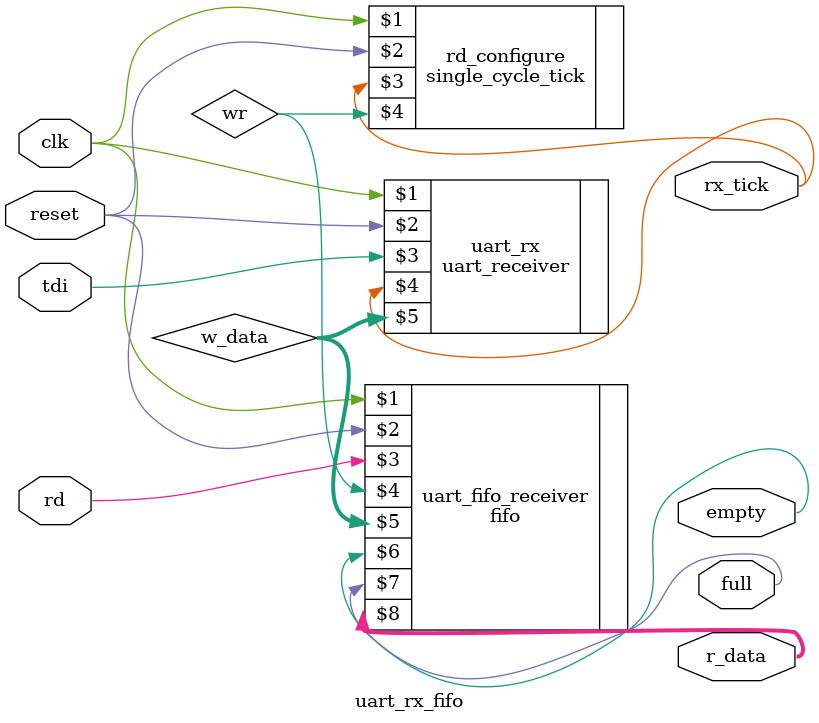
<source format=v>
module uart_rx_fifo #(
    parameter P = 0,
              W = 4,
              s = 1,
              TIMER = 434
) (
    input clk, reset, tdi, rd,
    output [7+P:0] r_data,
    output wire empty, full, rx_tick
);
    // Signal declaration
    wire wr;
    wire [7+P:0] w_data;
    // submodule instance
    uart_receiver #(.P(P), .s(s), .TIMER(TIMER)) uart_rx (
        clk, reset, tdi, rx_tick, w_data
    );
    fifo #(.B(8+P), .W(W)) uart_fifo_receiver (
        clk, reset, rd, wr, w_data, empty, full, r_data
    );
    single_cycle_tick rd_configure (
        clk, reset, rx_tick, wr
    );
endmodule
</source>
